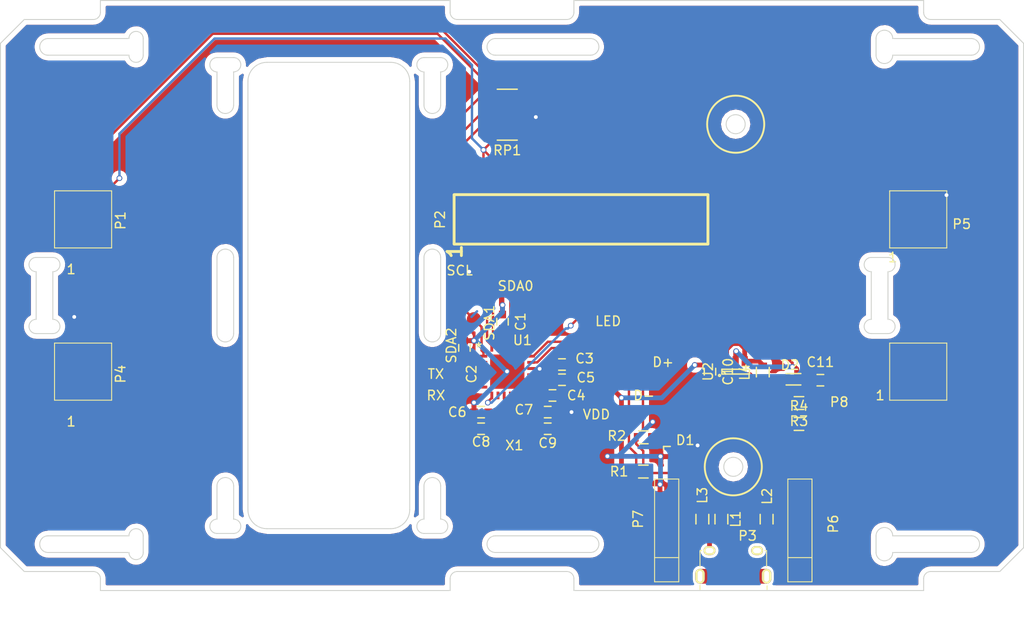
<source format=kicad_pcb>
(kicad_pcb (version 4) (host pcbnew "(2016-01-25 BZR 6514, Git a23e712)-product")
  (layers (0 F.Cu signal hide) (31 B.Cu signal hide) (34 B.Paste user) (35 F.Paste user) (36 B.SilkS user) (37 F.SilkS user) (38 B.Mask user) (39 F.Mask user) (44 Edge.Cuts user))
  (net 0 "")
  (net 1 GND)
  (net 2 "Net-(C1-Pad2)")
  (net 3 "Net-(C2-Pad1)")
  (net 4 VDD)
  (net 5 "Net-(C5-Pad1)")
  (net 6 "Net-(C6-Pad1)")
  (net 7 "Net-(C7-Pad1)")
  (net 8 "Net-(C8-Pad1)")
  (net 9 "Net-(C9-Pad1)")
  (net 10 "Net-(L2-Pad2)")
  (net 11 SCL)
  (net 12 SDA1)
  (net 13 SDA0)
  (net 14 SDA2)
  (net 15 "Net-(P2-Pad7)")
  (net 16 "Net-(P2-Pad9)")
  (net 17 "Net-(P2-Pad13)")
  (net 18 RESETn)
  (net 19 "Net-(U1-Pad5)")
  (net 20 "Net-(U1-Pad6)")
  (net 21 "Net-(L3-Pad2)")
  (net 22 "Net-(D1-Pad2)")
  (net 23 "Net-(D1-Pad3)")
  (net 24 "Net-(L1-Pad1)")
  (net 25 D+)
  (net 26 D-)
  (net 27 VBUS)
  (net 28 LED)
  (net 29 "Net-(D2-Pad2)")
  (net 30 "Net-(R3-Pad2)")
  (module Footprints:10118194-001LF (layer F.Cu) (at 176.75 118)
    (fp_text reference P3 (at 1.5 -4.25) (layer F.SilkS))
    (fp_text value USB_OTG)
    (pad 1 smd rect (at -1.3 -2.7) (size 0.4 1.35) (layers F.Cu F.Paste F.Mask) (net 24 "Net-(L1-Pad1)"))
    (pad 2 smd rect (at -0.65 -2.7) (size 0.4 1.35) (layers F.Cu F.Paste F.Mask) (net 22 "Net-(D1-Pad2)"))
    (pad 3 smd rect (at 0 -2.7) (size 0.4 1.35) (layers F.Cu F.Paste F.Mask) (net 23 "Net-(D1-Pad3)"))
    (pad 4 smd rect (at 0.65 -2.7) (size 0.4 1.35) (layers F.Cu F.Paste F.Mask))
    (pad 5 smd rect (at 1.3 -2.7) (size 0.4 1.35) (layers F.Cu F.Paste F.Mask) (net 10 "Net-(L2-Pad2)"))
    (pad 6 thru_hole oval (at 3.5 0) (size 1 1.55) (drill oval 0.5 1.15) (layers *.Mask F.Cu F.SilkS) (net 21 "Net-(L3-Pad2)"))
    (pad 6 thru_hole oval (at -3.5 0) (size 1 1.55) (drill oval 0.5 1.15) (layers *.Mask F.Cu F.SilkS) (net 21 "Net-(L3-Pad2)"))
    (pad 6 thru_hole oval (at -2.5 -2.7) (size 1.25 0.95) (drill oval 0.85 0.55) (layers *.Mask F.Cu F.SilkS) (net 21 "Net-(L3-Pad2)"))
    (pad 6 thru_hole oval (at 2.5 -2.7) (size 1.25 0.95) (drill oval 0.85 0.55) (layers *.Mask F.Cu F.SilkS) (net 21 "Net-(L3-Pad2)"))
    (pad 6 smd rect (at -2.95 0 90) (size 1.55 1.1) (layers F.Cu F.Paste F.Mask) (net 21 "Net-(L3-Pad2)"))
    (pad 6 smd rect (at 2.95 0 90) (size 1.55 1.1) (layers F.Cu F.Paste F.Mask) (net 21 "Net-(L3-Pad2)"))
    (pad 6 smd rect (at -1 0 90) (size 1.55 1.5) (layers F.Cu F.Paste F.Mask) (net 21 "Net-(L3-Pad2)"))
    (pad 6 smd rect (at 1 0 90) (size 1.55 1.5) (layers F.Cu F.Paste F.Mask) (net 21 "Net-(L3-Pad2)"))
  )
  (module Resistors_SMD:R_0603 (layer F.Cu) (at 175.5 112 90)
    (fp_text reference L1 (at 0 1.5 90) (layer F.SilkS))
    (fp_text value FB)
    (pad 1 smd rect (at -0.75 0 90) (size 0.5 0.9) (layers F.Cu F.Paste F.Mask) (net 24 "Net-(L1-Pad1)"))
    (pad 2 smd rect (at 0.75 0 90) (size 0.5 0.9) (layers F.Cu F.Paste F.Mask) (net 27 VBUS))
  )
  (module Capacitors_SMD:C_0603 (layer F.Cu) (at 152.5 91.25 270)
    (fp_text reference C1 (at 0 -1.9 270) (layer F.SilkS))
    (fp_text value 100nF)
    (pad 1 smd rect (at -0.75 0 270) (size 0.8 0.75) (layers F.Cu F.Paste F.Mask) (net 1 GND))
    (pad 2 smd rect (at 0.75 0 270) (size 0.8 0.75) (layers F.Cu F.Paste F.Mask) (net 2 "Net-(C1-Pad2)"))
  )
  (module Capacitors_SMD:C_0603 (layer F.Cu) (at 148.5 94 90)
    (fp_text reference C2 (at -2.75 0.75 90) (layer F.SilkS))
    (fp_text value 100nF)
    (pad 1 smd rect (at -0.75 0 90) (size 0.8 0.75) (layers F.Cu F.Paste F.Mask) (net 3 "Net-(C2-Pad1)"))
    (pad 2 smd rect (at 0.75 0 90) (size 0.8 0.75) (layers F.Cu F.Paste F.Mask) (net 1 GND))
  )
  (module Capacitors_SMD:C_0603 (layer F.Cu) (at 158.75 95.75 180)
    (fp_text reference C3 (at -2.375 0.625 180) (layer F.SilkS))
    (fp_text value 4.7uF)
    (pad 1 smd rect (at -0.75 0 180) (size 0.8 0.75) (layers F.Cu F.Paste F.Mask) (net 1 GND))
    (pad 2 smd rect (at 0.75 0 180) (size 0.8 0.75) (layers F.Cu F.Paste F.Mask) (net 27 VBUS))
  )
  (module Capacitors_SMD:C_0603 (layer F.Cu) (at 157.75 99)
    (fp_text reference C4 (at 2.5 0) (layer F.SilkS))
    (fp_text value 1uF)
    (pad 1 smd rect (at -0.75 0) (size 0.8 0.75) (layers F.Cu F.Paste F.Mask) (net 4 VDD))
    (pad 2 smd rect (at 0.75 0) (size 0.8 0.75) (layers F.Cu F.Paste F.Mask) (net 1 GND))
  )
  (module Capacitors_SMD:C_0603 (layer F.Cu) (at 158.75 97.35)
    (fp_text reference C5 (at 2.5 -0.225) (layer F.SilkS))
    (fp_text value 1uF)
    (pad 1 smd rect (at -0.75 0) (size 0.8 0.75) (layers F.Cu F.Paste F.Mask) (net 5 "Net-(C5-Pad1)"))
    (pad 2 smd rect (at 0.75 0) (size 0.8 0.75) (layers F.Cu F.Paste F.Mask) (net 1 GND))
  )
  (module Capacitors_SMD:C_0603 (layer F.Cu) (at 150.25 100.75 180)
    (fp_text reference C6 (at 2.5 0 180) (layer F.SilkS))
    (fp_text value 100nF)
    (pad 1 smd rect (at -0.75 0 180) (size 0.8 0.75) (layers F.Cu F.Paste F.Mask) (net 6 "Net-(C6-Pad1)"))
    (pad 2 smd rect (at 0.75 0 180) (size 0.8 0.75) (layers F.Cu F.Paste F.Mask) (net 1 GND))
  )
  (module Capacitors_SMD:C_0603 (layer F.Cu) (at 157.25 100.75)
    (fp_text reference C7 (at -2.5 -0.25) (layer F.SilkS))
    (fp_text value 100nF)
    (pad 1 smd rect (at -0.75 0) (size 0.8 0.75) (layers F.Cu F.Paste F.Mask) (net 7 "Net-(C7-Pad1)"))
    (pad 2 smd rect (at 0.75 0) (size 0.8 0.75) (layers F.Cu F.Paste F.Mask) (net 1 GND))
  )
  (module Capacitors_SMD:C_0603 (layer F.Cu) (at 150.25 102.5 180)
    (fp_text reference C8 (at 0 -1.375 180) (layer F.SilkS))
    (fp_text value 6pF)
    (pad 1 smd rect (at -0.75 0 180) (size 0.8 0.75) (layers F.Cu F.Paste F.Mask) (net 8 "Net-(C8-Pad1)"))
    (pad 2 smd rect (at 0.75 0 180) (size 0.8 0.75) (layers F.Cu F.Paste F.Mask) (net 1 GND))
  )
  (module Capacitors_SMD:C_0603 (layer F.Cu) (at 157.25 102.5)
    (fp_text reference C9 (at 0 1.5) (layer F.SilkS))
    (fp_text value 6pF)
    (pad 1 smd rect (at -0.75 0) (size 0.8 0.75) (layers F.Cu F.Paste F.Mask) (net 9 "Net-(C9-Pad1)"))
    (pad 2 smd rect (at 0.75 0) (size 0.8 0.75) (layers F.Cu F.Paste F.Mask) (net 1 GND))
  )
  (module Footprints:CONN_2x2_2.54_SMD (layer F.Cu) (at 196.18 80.5)
    (fp_text reference P5 (at 4.57 0.5) (layer F.SilkS))
    (fp_text value CONN_02X02)
    (fp_text user 1 (at -2.68 4) (layer F.SilkS))
    (pad 2 smd rect (at -1.27 -2.525) (size 1 3.15) (layers F.Cu F.Paste F.Mask) (net 11 SCL))
    (pad 4 smd rect (at 1.27 -2.525) (size 1 3.15) (layers F.Cu F.Paste F.Mask) (net 4 VDD))
    (pad 1 smd rect (at -1.27 2.525) (size 1 3.15) (layers F.Cu F.Paste F.Mask) (net 13 SDA0))
    (pad 3 smd rect (at 1.27 2.525) (size 1 3.15) (layers F.Cu F.Paste F.Mask) (net 1 GND))
  )
  (module Footprints:CONN_2x2_2.54_SMD (layer F.Cu) (at 108.43 96.5)
    (fp_text reference P4 (at 3.945 0.25 90) (layer F.SilkS))
    (fp_text value CONN_02X02)
    (fp_text user 1 (at -1.25 5.25) (layer F.SilkS))
    (pad 2 smd rect (at -1.27 -2.525) (size 1 3.15) (layers F.Cu F.Paste F.Mask) (net 4 VDD))
    (pad 4 smd rect (at 1.27 -2.525) (size 1 3.15) (layers F.Cu F.Paste F.Mask))
    (pad 1 smd rect (at -1.27 2.525) (size 1 3.15) (layers F.Cu F.Paste F.Mask) (net 1 GND))
    (pad 3 smd rect (at 1.27 2.525) (size 1 3.15) (layers F.Cu F.Paste F.Mask))
  )
  (module TO_SOT_Packages_SMD:SOT-143 (layer F.Cu) (at 171.7 106.2 270)
    (fp_text reference D1 (at -2.5 0 360) (layer F.SilkS))
    (fp_text value CM1293A-02SR)
    (pad 1 smd rect (at -0.76962 1.09982 270) (size 1.19888 1.39954) (layers F.Cu F.Paste F.Mask) (net 1 GND))
    (pad 2 smd rect (at 0.94996 1.09982 270) (size 1.00076 1.39954) (layers F.Cu F.Paste F.Mask) (net 22 "Net-(D1-Pad2)"))
    (pad 3 smd rect (at 0.94996 -1.09982 270) (size 1.00076 1.39954) (layers F.Cu F.Paste F.Mask) (net 23 "Net-(D1-Pad3)"))
    (pad 4 smd rect (at -0.94996 -1.09982 270) (size 1.00076 1.39954) (layers F.Cu F.Paste F.Mask) (net 4 VDD))
  )
  (module Footprints:CONN_2x2_2.54_SMD (layer F.Cu) (at 108.43 80.5)
    (fp_text reference P1 (at 3.945 0.125 90) (layer F.SilkS))
    (fp_text value CONN_02X02)
    (fp_text user 1 (at -1.25 5.25) (layer F.SilkS))
    (pad 2 smd rect (at -1.27 -2.525) (size 1 3.15) (layers F.Cu F.Paste F.Mask) (net 14 SDA2))
    (pad 4 smd rect (at 1.27 -2.525) (size 1 3.15) (layers F.Cu F.Paste F.Mask) (net 13 SDA0))
    (pad 1 smd rect (at -1.27 2.525) (size 1 3.15) (layers F.Cu F.Paste F.Mask) (net 11 SCL))
    (pad 3 smd rect (at 1.27 2.525) (size 1 3.15) (layers F.Cu F.Paste F.Mask) (net 12 SDA1))
  )
  (module Footprints:SMD_PIN_HEADER_2x10 (layer F.Cu) (at 160.75 80.5)
    (fp_text reference P2 (at -14.81 0.025 90) (layer F.SilkS))
    (fp_text value CONN_02X10)
    (fp_text user 1 (at -13.25 3.375 90) (layer F.SilkS) (effects (font (size 1.5 1.5) (thickness 0.3))))
    (pad 2 smd rect (at -11.43 -2.525) (size 1.27 3.68) (layers F.Cu F.Paste F.Mask))
    (pad 4 smd rect (at -8.89 -2.525) (size 1.27 3.68) (layers F.Cu F.Paste F.Mask) (net 1 GND))
    (pad 6 smd rect (at -6.35 -2.525) (size 1.27 3.68) (layers F.Cu F.Paste F.Mask) (net 1 GND))
    (pad 8 smd rect (at -3.81 -2.525) (size 1.27 3.68) (layers F.Cu F.Paste F.Mask) (net 1 GND))
    (pad 10 smd rect (at -1.27 -2.525) (size 1.27 3.68) (layers F.Cu F.Paste F.Mask) (net 1 GND))
    (pad 12 smd rect (at 1.27 -2.525) (size 1.27 3.68) (layers F.Cu F.Paste F.Mask) (net 1 GND))
    (pad 14 smd rect (at 3.81 -2.525) (size 1.27 3.68) (layers F.Cu F.Paste F.Mask) (net 1 GND))
    (pad 16 smd rect (at 6.35 -2.525) (size 1.27 3.68) (layers F.Cu F.Paste F.Mask) (net 1 GND))
    (pad 18 smd rect (at 8.89 -2.525) (size 1.27 3.68) (layers F.Cu F.Paste F.Mask) (net 1 GND))
    (pad 20 smd rect (at 11.43 -2.525) (size 1.27 3.68) (layers F.Cu F.Paste F.Mask) (net 1 GND))
    (pad 1 smd rect (at -11.43 2.525) (size 1.27 3.68) (layers F.Cu F.Paste F.Mask) (net 4 VDD))
    (pad 3 smd rect (at -8.89 2.525) (size 1.27 3.68) (layers F.Cu F.Paste F.Mask))
    (pad 5 smd rect (at -6.35 2.525) (size 1.27 3.68) (layers F.Cu F.Paste F.Mask))
    (pad 7 smd rect (at -3.81 2.525) (size 1.27 3.68) (layers F.Cu F.Paste F.Mask) (net 15 "Net-(P2-Pad7)"))
    (pad 9 smd rect (at -1.27 2.525) (size 1.27 3.68) (layers F.Cu F.Paste F.Mask) (net 16 "Net-(P2-Pad9)"))
    (pad 11 smd rect (at 1.27 2.525) (size 1.27 3.68) (layers F.Cu F.Paste F.Mask))
    (pad 13 smd rect (at 3.81 2.525) (size 1.27 3.68) (layers F.Cu F.Paste F.Mask) (net 17 "Net-(P2-Pad13)"))
    (pad 15 smd rect (at 6.35 2.525) (size 1.27 3.68) (layers F.Cu F.Paste F.Mask) (net 18 RESETn))
    (pad 17 smd rect (at 8.89 2.525) (size 1.27 3.68) (layers F.Cu F.Paste F.Mask))
    (pad 19 smd rect (at 11.43 2.525) (size 1.27 3.68) (layers F.Cu F.Paste F.Mask))
  )
  (module Resistors_SMD:R_0603 (layer F.Cu) (at 180.25 112 270)
    (fp_text reference L2 (at -2.4 -0.05 270) (layer F.SilkS))
    (fp_text value FB)
    (pad 1 smd rect (at -0.75 0 270) (size 0.5 0.9) (layers F.Cu F.Paste F.Mask) (net 1 GND))
    (pad 2 smd rect (at 0.75 0 270) (size 0.5 0.9) (layers F.Cu F.Paste F.Mask) (net 10 "Net-(L2-Pad2)"))
  )
  (module Resistors_SMD:R_0603 (layer F.Cu) (at 173.5 112 270)
    (fp_text reference L3 (at -2.5 0 270) (layer F.SilkS))
    (fp_text value FB)
    (pad 1 smd rect (at -0.75 0 270) (size 0.5 0.9) (layers F.Cu F.Paste F.Mask) (net 1 GND))
    (pad 2 smd rect (at 0.75 0 270) (size 0.5 0.9) (layers F.Cu F.Paste F.Mask) (net 21 "Net-(L3-Pad2)"))
  )
  (module Resistors_SMD:R_0603 (layer F.Cu) (at 167.3 107 180)
    (fp_text reference R1 (at 2.55 0 180) (layer F.SilkS))
    (fp_text value 15)
    (pad 1 smd rect (at -0.75 0 180) (size 0.5 0.9) (layers F.Cu F.Paste F.Mask) (net 22 "Net-(D1-Pad2)"))
    (pad 2 smd rect (at 0.75 0 180) (size 0.5 0.9) (layers F.Cu F.Paste F.Mask) (net 26 D-))
  )
  (module Resistors_SMD:R_0603 (layer F.Cu) (at 167.3 103.4 180)
    (fp_text reference R2 (at 2.8 0.15 180) (layer F.SilkS))
    (fp_text value 15)
    (pad 1 smd rect (at -0.75 0 180) (size 0.5 0.9) (layers F.Cu F.Paste F.Mask) (net 23 "Net-(D1-Pad3)"))
    (pad 2 smd rect (at 0.75 0 180) (size 0.5 0.9) (layers F.Cu F.Paste F.Mask) (net 25 D+))
  )
  (module Resistors_SMD:R_Array_Convex_4x1206 (layer F.Cu) (at 153 69.5 180)
    (fp_text reference RP1 (at 0 -3.75 180) (layer F.SilkS))
    (fp_text value 4.7k)
    (pad 1 smd rect (at -1.5 -2 180) (size 0.9 0.9) (layers F.Cu F.Paste F.Mask) (net 4 VDD))
    (pad 4 smd rect (at -1.5 2 180) (size 0.9 0.9) (layers F.Cu F.Paste F.Mask) (net 4 VDD))
    (pad 2 smd rect (at -1.5 -0.66 180) (size 0.9 0.9) (layers F.Cu F.Paste F.Mask) (net 4 VDD))
    (pad 3 smd rect (at -1.5 0.66 180) (size 0.9 0.9) (layers F.Cu F.Paste F.Mask) (net 4 VDD))
    (pad 7 smd rect (at 1.5 -0.66 180) (size 0.9 0.9) (layers F.Cu F.Paste F.Mask) (net 11 SCL))
    (pad 8 smd rect (at 1.5 -2 180) (size 0.9 0.9) (layers F.Cu F.Paste F.Mask) (net 13 SDA0))
    (pad 5 smd rect (at 1.5 2 180) (size 0.9 0.9) (layers F.Cu F.Paste F.Mask) (net 14 SDA2))
    (pad 6 smd rect (at 1.5 0.66 180) (size 0.9 0.9) (layers F.Cu F.Paste F.Mask) (net 12 SDA1))
  )
  (module Footprints:XRCGB_F_L (layer F.Cu) (at 153.75 102.25)
    (fp_text reference X1 (at 0 2) (layer F.SilkS))
    (fp_text value XRCGB_F_L)
    (pad 1 smd rect (at -0.675 -0.5) (size 0.75 0.7) (layers F.Cu F.Paste F.Mask) (net 8 "Net-(C8-Pad1)"))
    (pad 2 smd rect (at 0.675 -0.5) (size 0.75 0.7) (layers F.Cu F.Paste F.Mask))
    (pad 4 smd rect (at -0.675 0.5) (size 0.75 0.7) (layers F.Cu F.Paste F.Mask))
    (pad 3 smd rect (at 0.675 0.5) (size 0.75 0.7) (layers F.Cu F.Paste F.Mask) (net 9 "Net-(C9-Pad1)"))
  )
  (module Footprints:SMT_CONN_01x04_2.54-91601 (layer F.Cu) (at 183.75 113.5 90)
    (fp_text reference P6 (at 1 3.5 90) (layer F.SilkS))
    (fp_text value CONN_01X04)
    (pad 1 smd rect (at -3.81 0 90) (size 1.27 4.2) (layers F.Cu F.Paste F.Mask) (net 27 VBUS))
    (pad 2 smd rect (at -1.27 0 90) (size 1.27 4.2) (layers F.Cu F.Paste F.Mask))
    (pad 3 smd rect (at 1.27 0 90) (size 1.27 4.2) (layers F.Cu F.Paste F.Mask))
    (pad 4 smd rect (at 3.81 0 90) (size 1.27 4.2) (layers F.Cu F.Paste F.Mask) (net 1 GND))
  )
  (module Footprints:SMT_CONN_01x04_2.54-91601 (layer F.Cu) (at 169.75 113.5 90)
    (fp_text reference P7 (at 1.5 -3 90) (layer F.SilkS))
    (fp_text value CONN_01X04)
    (pad 1 smd rect (at -3.81 0 90) (size 1.27 4.2) (layers F.Cu F.Paste F.Mask) (net 27 VBUS))
    (pad 2 smd rect (at -1.27 0 90) (size 1.27 4.2) (layers F.Cu F.Paste F.Mask) (net 26 D-))
    (pad 3 smd rect (at 1.27 0 90) (size 1.27 4.2) (layers F.Cu F.Paste F.Mask) (net 25 D+))
    (pad 4 smd rect (at 3.81 0 90) (size 1.27 4.2) (layers F.Cu F.Paste F.Mask) (net 1 GND))
  )
  (module Footprints:Silabs-QFN24 (layer F.Cu) (at 153 96.5)
    (fp_text reference U1 (at 1.6 -3.3) (layer F.SilkS))
    (fp_text value EFM32HG308)
    (fp_text user * (at -3 -2.5) (layer F.SilkS))
    (pad 25 smd rect (at 0 0) (size 3.6 3.6) (layers F.Cu F.Mask) (net 1 GND))
    (pad 1 smd rect (at -2.5 -1.625) (size 0.8 0.3) (layers F.Cu F.Paste F.Mask) (net 12 SDA1))
    (pad 2 smd rect (at -2.5 -0.975) (size 0.8 0.3) (layers F.Cu F.Paste F.Mask) (net 3 "Net-(C2-Pad1)"))
    (pad 3 smd rect (at -2.5 -0.325) (size 0.8 0.3) (layers F.Cu F.Paste F.Mask) (net 14 SDA2))
    (pad 4 smd rect (at -2.5 0.325) (size 0.8 0.3) (layers F.Cu F.Paste F.Mask))
    (pad 5 smd rect (at -2.5 0.975) (size 0.8 0.3) (layers F.Cu F.Paste F.Mask) (net 19 "Net-(U1-Pad5)"))
    (pad 6 smd rect (at -2.5 1.625) (size 0.8 0.3) (layers F.Cu F.Paste F.Mask) (net 20 "Net-(U1-Pad6)"))
    (pad 24 smd rect (at -1.625 -2.5 90) (size 0.8 0.3) (layers F.Cu F.Paste F.Mask) (net 11 SCL))
    (pad 23 smd rect (at -0.975 -2.5 90) (size 0.8 0.3) (layers F.Cu F.Paste F.Mask) (net 13 SDA0))
    (pad 22 smd rect (at -0.325 -2.5 90) (size 0.8 0.3) (layers F.Cu F.Paste F.Mask) (net 2 "Net-(C1-Pad2)"))
    (pad 21 smd rect (at 0.325 -2.5 90) (size 0.8 0.3) (layers F.Cu F.Paste F.Mask) (net 17 "Net-(P2-Pad13)"))
    (pad 20 smd rect (at 0.975 -2.5 90) (size 0.8 0.3) (layers F.Cu F.Paste F.Mask) (net 15 "Net-(P2-Pad7)"))
    (pad 19 smd rect (at 1.625 -2.5 90) (size 0.8 0.3) (layers F.Cu F.Paste F.Mask) (net 16 "Net-(P2-Pad9)"))
    (pad 18 smd rect (at 2.5 -1.625) (size 0.8 0.3) (layers F.Cu F.Paste F.Mask) (net 25 D+))
    (pad 17 smd rect (at 2.5 -0.975) (size 0.8 0.3) (layers F.Cu F.Paste F.Mask) (net 26 D-))
    (pad 16 smd rect (at 2.5 -0.325) (size 0.8 0.3) (layers F.Cu F.Paste F.Mask) (net 4 VDD))
    (pad 15 smd rect (at 2.5 0.325) (size 0.8 0.3) (layers F.Cu F.Paste F.Mask) (net 27 VBUS))
    (pad 14 smd rect (at 2.5 0.975) (size 0.8 0.3) (layers F.Cu F.Paste F.Mask) (net 5 "Net-(C5-Pad1)"))
    (pad 13 smd rect (at 2.5 1.625) (size 0.8 0.3) (layers F.Cu F.Paste F.Mask) (net 4 VDD))
    (pad 7 smd rect (at -1.625 2.5 90) (size 0.8 0.3) (layers F.Cu F.Paste F.Mask) (net 18 RESETn))
    (pad 8 smd rect (at -0.975 2.5 90) (size 0.8 0.3) (layers F.Cu F.Paste F.Mask))
    (pad 9 smd rect (at -0.325 2.5 90) (size 0.8 0.3) (layers F.Cu F.Paste F.Mask) (net 6 "Net-(C6-Pad1)"))
    (pad 10 smd rect (at 0.325 2.5 90) (size 0.8 0.3) (layers F.Cu F.Paste F.Mask) (net 8 "Net-(C8-Pad1)"))
    (pad 11 smd rect (at 0.975 2.5 90) (size 0.8 0.3) (layers F.Cu F.Paste F.Mask) (net 9 "Net-(C9-Pad1)"))
    (pad 12 smd rect (at 1.625 2.5 90) (size 0.8 0.3) (layers F.Cu F.Paste F.Mask) (net 7 "Net-(C7-Pad1)"))
  )
  (module Footprints:TEST_POINT (layer F.Cu) (at 147.5 99)
    (fp_text reference W10 hide)
    (fp_text value RX (at -2 0) (layer F.SilkS))
    (pad 1 smd circle (at 0 0) (size 1.5 1.5) (layers F.Cu F.Mask) (net 20 "Net-(U1-Pad6)"))
  )
  (module Footprints:TEST_POINT (layer F.Cu) (at 147.5 91)
    (fp_text reference W8 hide)
    (fp_text value SDA2 (at -0.375 2.75 90) (layer F.SilkS))
    (pad 1 smd circle (at 0 0) (size 1.5 1.5) (layers F.Cu F.Mask) (net 14 SDA2))
  )
  (module Footprints:TEST_POINT (layer F.Cu) (at 149.5 91)
    (fp_text reference W7 hide)
    (fp_text value SDA1 (at 1.625 0.375 90) (layer F.SilkS))
    (pad 1 smd circle (at 0 0) (size 1.5 1.5) (layers F.Cu F.Mask) (net 12 SDA1))
  )
  (module Footprints:TEST_POINT (layer F.Cu) (at 151 87.2)
    (fp_text reference W6 hide)
    (fp_text value SDA0 (at 2.875 0.3) (layer F.SilkS))
    (pad 1 smd circle (at 0 0) (size 1.5 1.5) (layers F.Cu F.Mask) (net 13 SDA0))
  )
  (module Footprints:TEST_POINT (layer F.Cu) (at 148.6 87.4)
    (fp_text reference W5 hide)
    (fp_text value SCL (at -0.6 -1.525) (layer F.SilkS))
    (pad 1 smd circle (at 0 0) (size 1.5 1.5) (layers F.Cu F.Mask) (net 11 SCL))
  )
  (module Footprints:TEST_POINT (layer F.Cu) (at 159.75 100.75)
    (fp_text reference W4 hide)
    (fp_text value VDD (at 2.625 0.25) (layer F.SilkS))
    (pad 1 smd circle (at 0 0) (size 1.5 1.5) (layers F.Cu F.Mask) (net 4 VDD))
  )
  (module Footprints:TEST_POINT (layer F.Cu) (at 147.5 96.75)
    (fp_text reference W9 hide)
    (fp_text value TX (at -2 0) (layer F.SilkS))
    (pad 1 smd circle (at 0 0) (size 1.5 1.5) (layers F.Cu F.Mask) (net 19 "Net-(U1-Pad5)"))
  )
  (module Footprints:TEST_POINT (layer F.Cu) (at 167.258297 95.559647)
    (fp_text reference W1 hide)
    (fp_text value D+ (at 2.116703 -0.059647) (layer F.SilkS))
    (pad 1 smd circle (at 0 0) (size 1.5 1.5) (layers F.Cu F.Mask) (net 25 D+))
  )
  (module Footprints:TEST_POINT (layer F.Cu) (at 165.625 97.625)
    (fp_text reference W2 hide)
    (fp_text value D- (at 1.75 1.375) (layer F.SilkS))
    (pad 1 smd circle (at 0 0) (size 1.5 1.5) (layers F.Cu F.Mask) (net 26 D-))
  )
  (module Capacitors_SMD:C_0603 (layer F.Cu) (at 174.3 96.5 270)
    (fp_text reference C10 (at 0 -1.9 270) (layer F.SilkS))
    (fp_text value 10uF)
    (pad 1 smd rect (at -0.75 0 270) (size 0.8 0.75) (layers F.Cu F.Paste F.Mask) (net 27 VBUS))
    (pad 2 smd rect (at 0.75 0 270) (size 0.8 0.75) (layers F.Cu F.Paste F.Mask) (net 1 GND))
  )
  (module Capacitors_SMD:C_0603 (layer F.Cu) (at 185.9 97.4)
    (fp_text reference C11 (at 0 -1.9) (layer F.SilkS))
    (fp_text value 1uF)
    (pad 1 smd rect (at -0.75 0) (size 0.8 0.75) (layers F.Cu F.Paste F.Mask) (net 28 LED))
    (pad 2 smd rect (at 0.75 0) (size 0.8 0.75) (layers F.Cu F.Paste F.Mask) (net 1 GND))
  )
  (module Diodes_SMD:SOD-523 (layer F.Cu) (at 182.7 97.3)
    (fp_text reference D2 (at 0 -1.5) (layer F.SilkS))
    (fp_text value D_Schottky)
    (pad 2 smd rect (at -0.7 0) (size 0.6 0.7) (layers F.Cu F.Paste F.Mask) (net 29 "Net-(D2-Pad2)"))
    (pad 1 smd rect (at 0.7 0) (size 0.6 0.7) (layers F.Cu F.Paste F.Mask) (net 28 LED))
  )
  (module Resistors_SMD:R_0603 (layer F.Cu) (at 179.85 96.55 90)
    (fp_text reference L4 (at 0 -1.9 90) (layer F.SilkS))
    (fp_text value 6.8uH)
    (pad 1 smd rect (at -0.75 0 90) (size 0.5 0.9) (layers F.Cu F.Paste F.Mask) (net 29 "Net-(D2-Pad2)"))
    (pad 2 smd rect (at 0.75 0 90) (size 0.5 0.9) (layers F.Cu F.Paste F.Mask) (net 27 VBUS))
  )
  (module Footprints:CONN_2x2_2.54_SMD (layer F.Cu) (at 196.18 96.5)
    (fp_text reference P8 (at -8.3 3.2) (layer F.SilkS))
    (fp_text value CONN_02X02)
    (fp_text user 1 (at -4 2.5) (layer F.SilkS))
    (pad 2 smd rect (at -1.27 -2.525) (size 1 3.15) (layers F.Cu F.Paste F.Mask))
    (pad 4 smd rect (at 1.27 -2.525) (size 1 3.15) (layers F.Cu F.Paste F.Mask) (net 28 LED))
    (pad 1 smd rect (at -1.27 2.525) (size 1 3.15) (layers F.Cu F.Paste F.Mask))
    (pad 3 smd rect (at 1.27 2.525) (size 1 3.15) (layers F.Cu F.Paste F.Mask) (net 1 GND))
  )
  (module Resistors_SMD:R_0603 (layer F.Cu) (at 183.65 99.8 180)
    (fp_text reference R3 (at 0 -1.9 180) (layer F.SilkS))
    (fp_text value 6.8K)
    (pad 1 smd rect (at -0.75 0 180) (size 0.5 0.9) (layers F.Cu F.Paste F.Mask) (net 28 LED))
    (pad 2 smd rect (at 0.75 0 180) (size 0.5 0.9) (layers F.Cu F.Paste F.Mask) (net 30 "Net-(R3-Pad2)"))
  )
  (module Resistors_SMD:R_0603 (layer F.Cu) (at 183.65 102)
    (fp_text reference R4 (at 0 -1.9) (layer F.SilkS))
    (fp_text value 100R)
    (pad 1 smd rect (at -0.75 0) (size 0.5 0.9) (layers F.Cu F.Paste F.Mask) (net 30 "Net-(R3-Pad2)"))
    (pad 2 smd rect (at 0.75 0) (size 0.5 0.9) (layers F.Cu F.Paste F.Mask) (net 1 GND))
  )
  (module TO_SOT_Packages_SMD:SOT-23-6 (layer F.Cu) (at 177 96.5 90)
    (fp_text reference U2 (at 0 -2.9 90) (layer F.SilkS))
    (fp_text value AP3023)
    (pad 1 smd rect (at -1.1 -0.95 90) (size 1.06 0.65) (layers F.Cu F.Paste F.Mask) (net 29 "Net-(D2-Pad2)"))
    (pad 2 smd rect (at -1.1 0 90) (size 1.06 0.65) (layers F.Cu F.Paste F.Mask) (net 1 GND))
    (pad 3 smd rect (at -1.1 0.95 90) (size 1.06 0.65) (layers F.Cu F.Paste F.Mask) (net 30 "Net-(R3-Pad2)"))
    (pad 4 smd rect (at 1.1 0.95 90) (size 1.06 0.65) (layers F.Cu F.Paste F.Mask) (net 27 VBUS))
    (pad 6 smd rect (at 1.1 -0.95 90) (size 1.06 0.65) (layers F.Cu F.Paste F.Mask) (net 27 VBUS))
    (pad 5 smd rect (at 1.1 0 90) (size 1.06 0.65) (layers F.Cu F.Paste F.Mask) (net 28 LED))
  )
  (module Footprints:TEST_POINT (layer F.Cu) (at 165.6 91.2)
    (fp_text reference W3 hide)
    (fp_text value LED (at -2 0) (layer F.SilkS))
    (pad 1 smd circle (at 0 0) (size 1.5 1.5) (layers F.Cu F.Mask) (net 28 LED))
  )
  (gr_arc (start 192.625 63.25) (end 193.5 63.25) (angle 180) (layer Edge.Cuts) (width 0.1))
  (gr_arc (start 192.625 61.5) (end 191.75 61.5) (angle 180) (layer Edge.Cuts) (width 0.1))
  (gr_line (start 191.75 61.5) (end 191.75 63.25) (layer Edge.Cuts) (width 0.1))
  (gr_arc (start 192.625 115.5) (end 193.5 115.5) (angle 180) (layer Edge.Cuts) (width 0.1))
  (gr_arc (start 192.625 113.75) (end 191.75 113.75) (angle 180) (layer Edge.Cuts) (width 0.1))
  (gr_line (start 191.75 113.75) (end 191.75 115.5) (layer Edge.Cuts) (width 0.1))
  (gr_arc (start 151.75 62.375) (end 151.75 63.25) (angle 180) (layer Edge.Cuts) (width 0.1))
  (gr_arc (start 151.75 114.625) (end 151.75 115.5) (angle 180) (layer Edge.Cuts) (width 0.1))
  (gr_arc (start 114 63.25) (end 114.75 63.25) (angle 180) (layer Edge.Cuts) (width 0.1))
  (gr_circle (center 176.75 106.5) (end 179.75 106.5) (layer F.SilkS) (width 0.2))
  (gr_circle (center 177 70.5) (end 180 70.5) (layer F.SilkS) (width 0.2))
  (gr_line (start 147 58.75) (end 147 57.5) (layer Edge.Cuts) (width 0.1))
  (gr_line (start 159.25 59.5) (end 147.75 59.5) (layer Edge.Cuts) (width 0.1))
  (gr_line (start 160 57.5) (end 160 58.75) (layer Edge.Cuts) (width 0.1))
  (gr_line (start 196.75 58.75) (end 196.75 57.5) (layer Edge.Cuts) (width 0.1))
  (gr_line (start 197.5 59.5) (end 204.75 59.5) (layer Edge.Cuts) (width 0.1))
  (gr_line (start 197.5 117.5) (end 204.75 117.5) (layer Edge.Cuts) (width 0.1))
  (gr_line (start 196.75 119.5) (end 196.75 118.25) (layer Edge.Cuts) (width 0.1))
  (gr_line (start 160 118.25) (end 160 119.5) (layer Edge.Cuts) (width 0.1))
  (gr_line (start 147.75 117.5) (end 159.25 117.5) (layer Edge.Cuts) (width 0.1))
  (gr_line (start 147 119.5) (end 147 118.25) (layer Edge.Cuts) (width 0.1))
  (gr_line (start 110.25 118.25) (end 110.25 119.5) (layer Edge.Cuts) (width 0.1))
  (gr_line (start 102.25 117.5) (end 109.5 117.5) (layer Edge.Cuts) (width 0.1))
  (gr_line (start 110.25 57.5) (end 110.25 58.75) (layer Edge.Cuts) (width 0.1))
  (gr_line (start 109.5 59.5) (end 102.25 59.5) (layer Edge.Cuts) (width 0.1))
  (gr_arc (start 109.5 58.75) (end 110.25 58.75) (angle 90) (layer Edge.Cuts) (width 0.1))
  (gr_arc (start 109.5 118.25) (end 109.5 117.5) (angle 90) (layer Edge.Cuts) (width 0.1))
  (gr_arc (start 147.75 118.25) (end 147 118.25) (angle 90) (layer Edge.Cuts) (width 0.1))
  (gr_arc (start 159.25 118.25) (end 159.25 117.5) (angle 90) (layer Edge.Cuts) (width 0.1))
  (gr_arc (start 197.5 118.25) (end 196.75 118.25) (angle 90) (layer Edge.Cuts) (width 0.1))
  (gr_arc (start 197.5 58.75) (end 197.5 59.5) (angle 90) (layer Edge.Cuts) (width 0.1))
  (gr_arc (start 159.25 58.75) (end 160 58.75) (angle 90) (layer Edge.Cuts) (width 0.1))
  (gr_arc (start 147.75 58.75) (end 147.75 59.5) (angle 90) (layer Edge.Cuts) (width 0.1))
  (gr_arc (start 104.75 62.375) (end 104.75 63.25) (angle 180) (layer Edge.Cuts) (width 0.1))
  (gr_arc (start 145.125 68.5) (end 146 68.5) (angle 180) (layer Edge.Cuts) (width 0.1))
  (gr_arc (start 123.375 68.5) (end 124.25 68.5) (angle 180) (layer Edge.Cuts) (width 0.1))
  (gr_arc (start 123.375 84.5) (end 122.5 84.5) (angle 180) (layer Edge.Cuts) (width 0.1))
  (gr_arc (start 145.125 84.5) (end 144.25 84.5) (angle 180) (layer Edge.Cuts) (width 0.1))
  (gr_arc (start 145.125 92.5) (end 146 92.5) (angle 180) (layer Edge.Cuts) (width 0.1))
  (gr_arc (start 123.375 92.5) (end 124.25 92.5) (angle 180) (layer Edge.Cuts) (width 0.1))
  (gr_arc (start 104.75 114.625) (end 104.75 115.5) (angle 180) (layer Edge.Cuts) (width 0.1))
  (gr_arc (start 123.375 108.5) (end 122.5 108.5) (angle 180) (layer Edge.Cuts) (width 0.1))
  (gr_arc (start 145.125 108.5) (end 144.25 108.5) (angle 180) (layer Edge.Cuts) (width 0.1))
  (gr_arc (start 161.75 114.625) (end 161.75 113.75) (angle 180) (layer Edge.Cuts) (width 0.1))
  (gr_arc (start 201.75 114.625) (end 201.75 113.75) (angle 180) (layer Edge.Cuts) (width 0.1))
  (gr_arc (start 201.75 62.375) (end 201.75 61.5) (angle 180) (layer Edge.Cuts) (width 0.1))
  (gr_arc (start 161.75 62.375) (end 161.75 61.5) (angle 180) (layer Edge.Cuts) (width 0.1))
  (gr_arc (start 103.5 85.25) (end 103.5 86) (angle 180) (layer Edge.Cuts) (width 0.1))
  (gr_arc (start 105.25 85.25) (end 105.25 84.5) (angle 180) (layer Edge.Cuts) (width 0.1))
  (gr_arc (start 103.5 91.75) (end 103.5 92.5) (angle 180) (layer Edge.Cuts) (width 0.1))
  (gr_arc (start 105.25 91.75) (end 105.25 91) (angle 180) (layer Edge.Cuts) (width 0.1))
  (gr_arc (start 193 85.25) (end 193 84.5) (angle 180) (layer Edge.Cuts) (width 0.1))
  (gr_arc (start 191.25 85.25) (end 191.25 86) (angle 180) (layer Edge.Cuts) (width 0.1))
  (gr_arc (start 191.25 91.75) (end 191.25 92.5) (angle 180) (layer Edge.Cuts) (width 0.1))
  (gr_arc (start 193 91.75) (end 193 91) (angle 180) (layer Edge.Cuts) (width 0.1))
  (gr_arc (start 114 115.5) (end 114.75 115.5) (angle 180) (layer Edge.Cuts) (width 0.1))
  (gr_arc (start 114 113.75) (end 113.25 113.75) (angle 180) (layer Edge.Cuts) (width 0.1))
  (gr_arc (start 146 112.75) (end 146 112) (angle 180) (layer Edge.Cuts) (width 0.1))
  (gr_arc (start 144.25 112.75) (end 144.25 113.5) (angle 180) (layer Edge.Cuts) (width 0.1))
  (gr_arc (start 124.25 112.75) (end 124.25 112) (angle 180) (layer Edge.Cuts) (width 0.1))
  (gr_arc (start 122.5 112.75) (end 122.5 113.5) (angle 180) (layer Edge.Cuts) (width 0.1))
  (gr_arc (start 146 64.25) (end 146 63.5) (angle 180) (layer Edge.Cuts) (width 0.1))
  (gr_arc (start 144.25 64.25) (end 144.25 65) (angle 180) (layer Edge.Cuts) (width 0.1))
  (gr_arc (start 124.25 64.25) (end 124.25 63.5) (angle 180) (layer Edge.Cuts) (width 0.1))
  (gr_arc (start 122.5 64.25) (end 122.5 65) (angle 180) (layer Edge.Cuts) (width 0.1))
  (gr_arc (start 114 61.5) (end 113.25 61.5) (angle 180) (layer Edge.Cuts) (width 0.1))
  (gr_arc (start 140.75 111) (end 142.75 111) (angle 90) (layer Edge.Cuts) (width 0.1))
  (gr_arc (start 127.75 111) (end 127.75 113) (angle 90) (layer Edge.Cuts) (width 0.1))
  (gr_arc (start 127.75 66) (end 125.75 66) (angle 90) (layer Edge.Cuts) (width 0.1))
  (gr_arc (start 140.75 66) (end 140.75 64) (angle 90) (layer Edge.Cuts) (width 0.1))
  (gr_line (start 193 86) (end 193 91) (layer Edge.Cuts) (width 0.1))
  (gr_line (start 127.75 64) (end 140.75 64) (layer Edge.Cuts) (width 0.1))
  (gr_line (start 193.5 61.5) (end 201.75 61.5) (layer Edge.Cuts) (width 0.1))
  (gr_line (start 201.75 63.25) (end 193.5 63.25) (layer Edge.Cuts) (width 0.1))
  (gr_line (start 151.75 61.5) (end 161.75 61.5) (layer Edge.Cuts) (width 0.1))
  (gr_line (start 161.75 115.5) (end 151.75 115.5) (layer Edge.Cuts) (width 0.1))
  (gr_line (start 151.75 113.75) (end 161.75 113.75) (layer Edge.Cuts) (width 0.1))
  (gr_line (start 122.5 92.5) (end 122.5 84.5) (layer Edge.Cuts) (width 0.1))
  (gr_line (start 110.25 119.5) (end 147 119.5) (layer Edge.Cuts) (width 0.1))
  (gr_line (start 193.5 113.75) (end 201.75 113.75) (layer Edge.Cuts) (width 0.1))
  (gr_line (start 201.75 115.5) (end 193.5 115.5) (layer Edge.Cuts) (width 0.1))
  (gr_line (start 204.75 117.5) (end 207.25 115) (layer Edge.Cuts) (width 0.1))
  (gr_line (start 160 119.5) (end 196.75 119.5) (layer Edge.Cuts) (width 0.1))
  (gr_line (start 124.25 113.5) (end 122.5 113.5) (layer Edge.Cuts) (width 0.1))
  (gr_line (start 124.25 108.5) (end 124.25 112) (layer Edge.Cuts) (width 0.1))
  (gr_line (start 146 84.5) (end 146 92.5) (layer Edge.Cuts) (width 0.1))
  (gr_line (start 144.25 92.5) (end 144.25 84.5) (layer Edge.Cuts) (width 0.1))
  (gr_line (start 125.75 111) (end 125.75 66) (layer Edge.Cuts) (width 0.1))
  (gr_line (start 140.75 113) (end 127.75 113) (layer Edge.Cuts) (width 0.1))
  (gr_line (start 124.25 84.5) (end 124.25 92.5) (layer Edge.Cuts) (width 0.1))
  (gr_circle (center 176.75 106.5) (end 177.75 106.5) (layer Edge.Cuts) (width 0.1))
  (gr_circle (center 177 70.5) (end 178 70.5) (layer Edge.Cuts) (width 0.1))
  (gr_line (start 99.75 115) (end 102.25 117.5) (layer Edge.Cuts) (width 0.1))
  (gr_line (start 122.5 112) (end 122.5 108.5) (layer Edge.Cuts) (width 0.1))
  (gr_line (start 122.5 68.5) (end 122.5 65) (layer Edge.Cuts) (width 0.1))
  (gr_line (start 124.25 65) (end 124.25 68.5) (layer Edge.Cuts) (width 0.1))
  (gr_line (start 122.5 63.5) (end 124.25 63.5) (layer Edge.Cuts) (width 0.1))
  (gr_line (start 99.75 62) (end 99.75 115) (layer Edge.Cuts) (width 0.1))
  (gr_line (start 102.25 59.5) (end 99.75 62) (layer Edge.Cuts) (width 0.1))
  (gr_line (start 104.75 113.75) (end 113.25 113.75) (layer Edge.Cuts) (width 0.1))
  (gr_line (start 113.25 115.5) (end 104.75 115.5) (layer Edge.Cuts) (width 0.1))
  (gr_line (start 142.75 66) (end 142.75 111) (layer Edge.Cuts) (width 0.1))
  (gr_line (start 114.75 113.75) (end 114.75 115.5) (layer Edge.Cuts) (width 0.1))
  (gr_line (start 147 57.5) (end 110.25 57.5) (layer Edge.Cuts) (width 0.1))
  (gr_line (start 196.75 57.5) (end 160 57.5) (layer Edge.Cuts) (width 0.1))
  (gr_line (start 191.25 84.5) (end 193 84.5) (layer Edge.Cuts) (width 0.1))
  (gr_line (start 104.75 61.5) (end 113.25 61.5) (layer Edge.Cuts) (width 0.1))
  (gr_line (start 113.25 63.25) (end 104.75 63.25) (layer Edge.Cuts) (width 0.1))
  (gr_line (start 161.75 63.25) (end 151.75 63.25) (layer Edge.Cuts) (width 0.1))
  (gr_line (start 144.25 68.5) (end 144.25 65) (layer Edge.Cuts) (width 0.1))
  (gr_line (start 146 65) (end 146 68.5) (layer Edge.Cuts) (width 0.1))
  (gr_line (start 144.25 63.5) (end 146 63.5) (layer Edge.Cuts) (width 0.1))
  (gr_line (start 146 113.5) (end 144.25 113.5) (layer Edge.Cuts) (width 0.1))
  (gr_line (start 146 108.5) (end 146 112) (layer Edge.Cuts) (width 0.1))
  (gr_line (start 144.25 112) (end 144.25 108.5) (layer Edge.Cuts) (width 0.1))
  (gr_line (start 191.25 91) (end 191.25 86) (layer Edge.Cuts) (width 0.1))
  (gr_line (start 193 92.5) (end 191.25 92.5) (layer Edge.Cuts) (width 0.1))
  (gr_line (start 207.25 62) (end 204.75 59.5) (layer Edge.Cuts) (width 0.1))
  (gr_line (start 207.25 115) (end 207.25 62) (layer Edge.Cuts) (width 0.1))
  (gr_line (start 103.5 91) (end 103.5 86) (layer Edge.Cuts) (width 0.1))
  (gr_line (start 105.25 92.5) (end 103.5 92.5) (layer Edge.Cuts) (width 0.1))
  (gr_line (start 114.75 61.5) (end 114.75 63.25) (layer Edge.Cuts) (width 0.1))
  (gr_line (start 105.25 86) (end 105.25 91) (layer Edge.Cuts) (width 0.1))
  (gr_line (start 103.5 84.5) (end 105.25 84.5) (layer Edge.Cuts) (width 0.1))
  (segment (start 149.539418 90.447267) (end 149.239419 90.747266) (width 0.25) (layer B.Cu) (net 0))
  (segment (start 149.82498 90.161705) (end 149.539418 90.447267) (width 0.25) (layer B.Cu) (net 0))
  (segment (start 177 97.6) (end 177 98.63) (width 0.5) (layer F.Cu) (net 1))
  (segment (start 163.522209 105.385865) (end 164.674007 105.385865) (width 0.5) (layer B.Cu) (net 1))
  (segment (start 164.674007 105.385865) (end 168.282831 101.777041) (width 0.5) (layer B.Cu) (net 1))
  (via (at 168.282831 101.777041) (size 0.6) (drill 0.4) (layers F.Cu B.Cu) (net 1))
  (segment (start 173.125 110) (end 173.5 110.375) (width 0.5) (layer F.Cu) (net 1))
  (segment (start 173.5 110.375) (end 173.5 111.25) (width 0.3) (layer F.Cu) (net 1))
  (segment (start 172.16 110) (end 173.125 110) (width 0.5) (layer F.Cu) (net 1))
  (segment (start 169.5 109.94) (end 172.1 109.94) (width 0.5) (layer F.Cu) (net 1))
  (segment (start 172.1 109.94) (end 172.16 110) (width 0.5) (layer F.Cu) (net 1))
  (segment (start 169.05 108.35) (end 169.05 109.49) (width 0.5) (layer F.Cu) (net 1))
  (segment (start 169.05 109.49) (end 169.5 109.94) (width 0.5) (layer F.Cu) (net 1))
  (segment (start 163.536344 105.4) (end 163.522209 105.385865) (width 0.5) (layer B.Cu) (net 1))
  (segment (start 169.1 105.4) (end 163.536344 105.4) (width 0.5) (layer B.Cu) (net 1))
  (via (at 163.522209 105.385865) (size 0.6) (drill 0.4) (layers F.Cu B.Cu) (net 1))
  (segment (start 169.1 105.4) (end 169.1 108.3) (width 0.5) (layer B.Cu) (net 1))
  (segment (start 169.1 108.3) (end 169.05 108.35) (width 0.5) (layer B.Cu) (net 1))
  (via (at 169.05 108.35) (size 0.6) (drill 0.4) (layers F.Cu B.Cu) (net 1))
  (segment (start 149.5 93.25) (end 149.686422 93.25) (width 0.5) (layer B.Cu) (net 1))
  (segment (start 149.686422 93.25) (end 152.909111 96.472689) (width 0.5) (layer B.Cu) (net 1))
  (segment (start 149.5 93.25) (end 149.50807 93.25) (width 0.5) (layer B.Cu) (net 1))
  (segment (start 149.50807 93.25) (end 152.5 90.25807) (width 0.5) (layer B.Cu) (net 1))
  (segment (start 152.5 90.25807) (end 152.5 89.5) (width 0.5) (layer B.Cu) (net 1))
  (segment (start 149.831098 99.75) (end 152.972689 96.608409) (width 0.5) (layer B.Cu) (net 1))
  (segment (start 149.5 99.75) (end 149.831098 99.75) (width 0.5) (layer B.Cu) (net 1))
  (segment (start 170.60018 105.43038) (end 169.13038 105.43038) (width 0.5) (layer F.Cu) (net 1))
  (segment (start 169.13038 105.43038) (end 169.1 105.4) (width 0.5) (layer F.Cu) (net 1))
  (via (at 169.1 105.4) (size 0.6) (drill 0.4) (layers F.Cu B.Cu) (net 1))
  (via (at 152.972689 96.472689) (size 0.6) (drill 0.4) (layers F.Cu B.Cu) (net 1))
  (segment (start 149.5 100.75) (end 149.5 99.75) (width 0.5) (layer F.Cu) (net 1))
  (via (at 149.5 99.75) (size 0.6) (drill 0.4) (layers F.Cu B.Cu) (net 1))
  (segment (start 152.5 89.5) (end 152.5 90.5) (width 0.5) (layer F.Cu) (net 1))
  (via (at 152.5 89.5) (size 0.6) (drill 0.4) (layers F.Cu B.Cu) (net 1))
  (segment (start 148.5 93.25) (end 149.5 93.25) (width 0.5) (layer F.Cu) (net 1))
  (via (at 149.5 93.25) (size 0.6) (drill 0.4) (layers F.Cu B.Cu) (net 1))
  (segment (start 152.675 94) (end 152.675 92.175) (width 0.25) (layer F.Cu) (net 2))
  (segment (start 152.675 92.175) (end 152.5 92) (width 0.25) (layer F.Cu) (net 2))
  (segment (start 150.5 95.525) (end 149.275 95.525) (width 0.25) (layer F.Cu) (net 3))
  (segment (start 149.275 95.525) (end 148.5 94.75) (width 0.25) (layer F.Cu) (net 3))
  (segment (start 197.45 77.975) (end 199.125 77.975) (width 0.5) (layer F.Cu) (net 4))
  (segment (start 199.125 77.975) (end 199.15 77.95) (width 0.5) (layer F.Cu) (net 4))
  (via (at 199.15 77.95) (size 0.6) (drill 0.4) (layers F.Cu B.Cu) (net 4))
  (via (at 159.75 100.75) (size 0.6) (drill 0.4) (layers F.Cu B.Cu) (net 4))
  (segment (start 159.75 100.75) (end 158.869603 99.869603) (width 0.25) (layer F.Cu) (net 4))
  (segment (start 157.894603 99.869603) (end 157.025 99) (width 0.25) (layer F.Cu) (net 4))
  (segment (start 158.869603 99.869603) (end 157.894603 99.869603) (width 0.25) (layer F.Cu) (net 4))
  (segment (start 157.025 99) (end 157 99) (width 0.25) (layer F.Cu) (net 4))
  (segment (start 156.375 99) (end 157 99) (width 0.4) (layer F.Cu) (net 4))
  (segment (start 154.5 70.16) (end 155.59 70.16) (width 0.5) (layer F.Cu) (net 4))
  (segment (start 155.59 70.16) (end 156 69.75) (width 0.5) (layer F.Cu) (net 4))
  (via (at 156 69.75) (size 0.6) (drill 0.4) (layers F.Cu B.Cu) (net 4))
  (segment (start 172.79982 105.25004) (end 172.79982 104.45018) (width 0.5) (layer F.Cu) (net 4))
  (segment (start 172.79982 104.45018) (end 173 104.25) (width 0.5) (layer F.Cu) (net 4))
  (via (at 173 104.25) (size 0.6) (drill 0.4) (layers F.Cu B.Cu) (net 4))
  (segment (start 156.375 96.175) (end 156.4 96.2) (width 0.5) (layer F.Cu) (net 4))
  (segment (start 155.5 96.175) (end 156.375 96.175) (width 0.3) (layer F.Cu) (net 4))
  (via (at 156.4 96.2) (size 0.6) (drill 0.4) (layers F.Cu B.Cu) (net 4))
  (segment (start 149.32 83.025) (end 149.32 85.68) (width 0.5) (layer F.Cu) (net 4))
  (segment (start 149.32 85.68) (end 149 86) (width 0.5) (layer F.Cu) (net 4))
  (via (at 149 86) (size 0.6) (drill 0.4) (layers F.Cu B.Cu) (net 4))
  (segment (start 107.16 93.975) (end 107.16 91.09) (width 0.5) (layer F.Cu) (net 4))
  (segment (start 107.16 91.09) (end 107.5 90.75) (width 0.5) (layer F.Cu) (net 4))
  (via (at 107.5 90.75) (size 0.6) (drill 0.4) (layers F.Cu B.Cu) (net 4))
  (segment (start 155.5 98.125) (end 156.375 99) (width 0.3) (layer F.Cu) (net 4))
  (segment (start 155.5 97.475) (end 157.875 97.475) (width 0.25) (layer F.Cu) (net 5))
  (segment (start 157.875 97.475) (end 158 97.35) (width 0.25) (layer F.Cu) (net 5))
  (segment (start 152 100.75) (end 152.675 100.075) (width 0.25) (layer F.Cu) (net 6))
  (segment (start 152.675 100.075) (end 152.675 99) (width 0.25) (layer F.Cu) (net 6))
  (segment (start 151 100.75) (end 152 100.75) (width 0.25) (layer F.Cu) (net 6))
  (segment (start 154.625 99) (end 154.625 99.25) (width 0.25) (layer F.Cu) (net 7))
  (segment (start 154.625 99.25) (end 156.125 100.75) (width 0.25) (layer F.Cu) (net 7))
  (segment (start 156.125 100.75) (end 156.5 100.75) (width 0.25) (layer F.Cu) (net 7))
  (segment (start 151 102.5) (end 151.75 101.75) (width 0.25) (layer F.Cu) (net 8))
  (segment (start 151.75 101.75) (end 153.075 101.75) (width 0.25) (layer F.Cu) (net 8))
  (segment (start 153.325 99) (end 153.325 101.5) (width 0.25) (layer F.Cu) (net 8))
  (segment (start 153.325 101.5) (end 153.075 101.75) (width 0.25) (layer F.Cu) (net 8))
  (segment (start 155.175001 100.850001) (end 155.175001 102.5) (width 0.25) (layer F.Cu) (net 9))
  (segment (start 155.175001 102.5) (end 155.175001 102.624999) (width 0.25) (layer F.Cu) (net 9))
  (segment (start 156.5 102.5) (end 155.175001 102.5) (width 0.25) (layer F.Cu) (net 9))
  (segment (start 153.975 99) (end 153.975 99.65) (width 0.25) (layer F.Cu) (net 9))
  (segment (start 153.975 99.65) (end 155.175001 100.850001) (width 0.25) (layer F.Cu) (net 9))
  (segment (start 155.175001 102.624999) (end 155.05 102.75) (width 0.25) (layer F.Cu) (net 9))
  (segment (start 155.05 102.75) (end 154.425 102.75) (width 0.25) (layer F.Cu) (net 9))
  (segment (start 178.05 115.3) (end 178.05 113.893341) (width 0.35) (layer F.Cu) (net 10))
  (segment (start 178.05 113.893341) (end 179.193341 112.75) (width 0.4) (layer F.Cu) (net 10))
  (segment (start 179.193341 112.75) (end 180.25 112.75) (width 0.4) (layer F.Cu) (net 10))
  (segment (start 153.25244 66.75244) (end 146.25 59.75) (width 0.25) (layer F.Cu) (net 11))
  (segment (start 146.25 59.75) (end 121.146836 59.75) (width 0.25) (layer F.Cu) (net 11))
  (segment (start 121.146836 59.75) (end 105.661569 75.235267) (width 0.25) (layer F.Cu) (net 11))
  (segment (start 105.661569 75.235267) (end 105.661569 82.276569) (width 0.25) (layer F.Cu) (net 11))
  (segment (start 105.661569 82.276569) (end 106.41 83.025) (width 0.25) (layer F.Cu) (net 11))
  (segment (start 106.41 83.025) (end 107.16 83.025) (width 0.25) (layer F.Cu) (net 11))
  (segment (start 153.25244 66.75244) (end 153.25244 66.74756) (width 0.25) (layer F.Cu) (net 11))
  (segment (start 153.25244 66.74756) (end 153.75 66.25) (width 0.25) (layer F.Cu) (net 11))
  (segment (start 153.75 66.25) (end 169.751724 66.25) (width 0.25) (layer F.Cu) (net 11))
  (segment (start 169.751724 66.25) (end 169.751724 66.251724) (width 0.25) (layer F.Cu) (net 11))
  (segment (start 169.751724 66.251724) (end 173.25 69.75) (width 0.25) (layer F.Cu) (net 11))
  (segment (start 173.25 69.75) (end 173.25 72.175354) (width 0.25) (layer F.Cu) (net 11))
  (segment (start 173.25 72.175354) (end 175.302528 74.227882) (width 0.25) (layer F.Cu) (net 11))
  (segment (start 175.302528 74.227882) (end 177.729606 74.227882) (width 0.25) (layer F.Cu) (net 11))
  (segment (start 177.729606 74.227882) (end 181.476724 77.975) (width 0.25) (layer F.Cu) (net 11))
  (segment (start 181.476724 77.975) (end 194.91 77.975) (width 0.25) (layer F.Cu) (net 11))
  (segment (start 151.375 94) (end 151.375 93.75) (width 0.25) (layer F.Cu) (net 11))
  (segment (start 151.375 93.75) (end 150.881599 93.256599) (width 0.25) (layer F.Cu) (net 11))
  (segment (start 148.597007 86.847007) (end 148.309999 86.559999) (width 0.25) (layer F.Cu) (net 11))
  (segment (start 150.881599 93.256599) (end 150.881599 90.001782) (width 0.25) (layer F.Cu) (net 11))
  (segment (start 150.881599 90.001782) (end 148.597007 87.71719) (width 0.25) (layer F.Cu) (net 11))
  (segment (start 148.597007 87.71719) (end 148.597007 86.847007) (width 0.25) (layer F.Cu) (net 11))
  (segment (start 148.309999 86.559999) (end 147.963137 86.213137) (width 0.25) (layer F.Cu) (net 11))
  (segment (start 147.963137 86.213137) (end 147.963137 72.996863) (width 0.25) (layer F.Cu) (net 11))
  (segment (start 147.963137 72.996863) (end 150.8 70.16) (width 0.25) (layer F.Cu) (net 11))
  (segment (start 150.8 70.16) (end 151.5 70.16) (width 0.25) (layer F.Cu) (net 11))
  (segment (start 148.6 87.4) (end 148.6 86.85) (width 0.25) (layer F.Cu) (net 11))
  (segment (start 148.6 86.85) (end 148.309999 86.559999) (width 0.25) (layer F.Cu) (net 11))
  (segment (start 153.25244 69.10756) (end 153.25244 66.75244) (width 0.25) (layer F.Cu) (net 11))
  (segment (start 151.5 70.16) (end 152.2 70.16) (width 0.25) (layer F.Cu) (net 11))
  (segment (start 152.2 70.16) (end 153.25244 69.10756) (width 0.25) (layer F.Cu) (net 11))
  (segment (start 109.7 83.025) (end 109.7 82.482264) (width 0.25) (layer F.Cu) (net 12))
  (segment (start 109.7 82.482264) (end 107.871937 80.654201) (width 0.25) (layer F.Cu) (net 12))
  (segment (start 107.871937 80.654201) (end 106.55445 80.654201) (width 0.25) (layer F.Cu) (net 12))
  (segment (start 106.184278 75.815722) (end 121.62554 60.37446) (width 0.25) (layer F.Cu) (net 12))
  (segment (start 106.55445 80.654201) (end 106.184278 80.284029) (width 0.25) (layer F.Cu) (net 12))
  (segment (start 106.184278 80.284029) (end 106.184278 75.815722) (width 0.25) (layer F.Cu) (net 12))
  (segment (start 121.62554 60.37446) (end 145.931053 60.37446) (width 0.25) (layer F.Cu) (net 12))
  (segment (start 152.2 68.84) (end 151.5 68.84) (width 0.25) (layer F.Cu) (net 12))
  (segment (start 145.931053 60.37446) (end 152.75 67.193407) (width 0.25) (layer F.Cu) (net 12))
  (segment (start 152.75 67.193407) (end 152.75 68.29) (width 0.25) (layer F.Cu) (net 12))
  (segment (start 152.75 68.29) (end 152.2 68.84) (width 0.25) (layer F.Cu) (net 12))
  (segment (start 147.463126 72.176874) (end 147.463126 88.963126) (width 0.25) (layer F.Cu) (net 12))
  (segment (start 150.8 68.84) (end 147.463126 72.176874) (width 0.25) (layer F.Cu) (net 12))
  (segment (start 151.5 68.84) (end 150.8 68.84) (width 0.25) (layer F.Cu) (net 12))
  (segment (start 148.750001 90.250001) (end 149.5 91) (width 0.25) (layer F.Cu) (net 12))
  (segment (start 147.463126 88.963126) (end 148.750001 90.250001) (width 0.25) (layer F.Cu) (net 12))
  (segment (start 149.539418 91.047265) (end 149.239419 90.747266) (width 0.25) (layer F.Cu) (net 12))
  (segment (start 150.299223 94.274223) (end 150.299223 91.80707) (width 0.25) (layer F.Cu) (net 12))
  (segment (start 150.5 94.475) (end 150.299223 94.274223) (width 0.25) (layer F.Cu) (net 12))
  (segment (start 150.299223 91.80707) (end 149.539418 91.047265) (width 0.25) (layer F.Cu) (net 12))
  (segment (start 150.5 94.875) (end 150.5 94.475) (width 0.25) (layer F.Cu) (net 12))
  (segment (start 150.5 73.2) (end 150.5 73.207421) (width 0.25) (layer F.Cu) (net 13))
  (segment (start 150.5 73.207421) (end 151.250981 73.958402) (width 0.25) (layer F.Cu) (net 13))
  (segment (start 151.250981 73.958402) (end 172.619558 73.958402) (width 0.25) (layer F.Cu) (net 13))
  (segment (start 172.619558 73.958402) (end 181.686156 83.025) (width 0.25) (layer F.Cu) (net 13))
  (segment (start 181.686156 83.025) (end 194.91 83.025) (width 0.25) (layer F.Cu) (net 13))
  (segment (start 150.5 73.2) (end 149.291685 71.991685) (width 0.25) (layer B.Cu) (net 13))
  (segment (start 149.291685 71.991685) (end 149.291685 64.291685) (width 0.25) (layer B.Cu) (net 13))
  (segment (start 112.25 71.5) (end 112.25 76.175) (width 0.25) (layer B.Cu) (net 13))
  (segment (start 149.291685 64.291685) (end 146.5 61.5) (width 0.25) (layer B.Cu) (net 13))
  (segment (start 146.5 61.5) (end 122.25 61.5) (width 0.25) (layer B.Cu) (net 13))
  (segment (start 122.25 61.5) (end 112.25 71.5) (width 0.25) (layer B.Cu) (net 13))
  (segment (start 152.025 94) (end 152.025 93.35) (width 0.25) (layer F.Cu) (net 13))
  (segment (start 152.025 93.35) (end 151.5 92.825) (width 0.25) (layer F.Cu) (net 13))
  (segment (start 151.5 92.825) (end 151.5 87.753365) (width 0.25) (layer F.Cu) (net 13))
  (segment (start 151.5 87.753365) (end 150.5 86.753365) (width 0.25) (layer F.Cu) (net 13))
  (segment (start 150.5 86.753365) (end 150.5 75.25) (width 0.25) (layer F.Cu) (net 13))
  (segment (start 150.5 75.25) (end 150.5 73.75) (width 0.25) (layer F.Cu) (net 13))
  (segment (start 110.45 77.975) (end 112.25 76.175) (width 0.25) (layer F.Cu) (net 13))
  (via (at 112.25 76.175) (size 0.6) (drill 0.4) (layers F.Cu B.Cu) (net 13))
  (segment (start 150.5 73.75) (end 150.5 73.2) (width 0.25) (layer F.Cu) (net 13))
  (via (at 150.5 73.2) (size 0.6) (drill 0.4) (layers F.Cu B.Cu) (net 13))
  (segment (start 109.7 77.975) (end 110.45 77.975) (width 0.25) (layer F.Cu) (net 13))
  (segment (start 150.5 73.2) (end 151.5 72.2) (width 0.25) (layer F.Cu) (net 13))
  (segment (start 151.5 72.2) (end 151.5 71.5) (width 0.25) (layer F.Cu) (net 13))
  (segment (start 151.5 67.5) (end 151.5 66.823876) (width 0.25) (layer F.Cu) (net 14))
  (segment (start 107.16 75.89136) (end 107.16 76.9) (width 0.25) (layer F.Cu) (net 14))
  (segment (start 151.5 66.823876) (end 145.676135 61.000011) (width 0.25) (layer F.Cu) (net 14))
  (segment (start 145.676135 61.000011) (end 122.051349 61.000011) (width 0.25) (layer F.Cu) (net 14))
  (segment (start 122.051349 61.000011) (end 107.16 75.89136) (width 0.25) (layer F.Cu) (net 14))
  (segment (start 107.16 76.9) (end 107.16 77.975) (width 0.25) (layer F.Cu) (net 14))
  (segment (start 150.8 67.5) (end 151.5 67.5) (width 0.25) (layer F.Cu) (net 14))
  (segment (start 150.292878 67.5) (end 150.8 67.5) (width 0.25) (layer F.Cu) (net 14))
  (segment (start 146.963115 70.829763) (end 150.292878 67.5) (width 0.25) (layer F.Cu) (net 14))
  (segment (start 146.963115 90.313115) (end 146.963115 70.829763) (width 0.25) (layer F.Cu) (net 14))
  (segment (start 147.25 90.6) (end 146.963115 90.313115) (width 0.25) (layer F.Cu) (net 14))
  (segment (start 147.25 94.834998) (end 147.25 90.6) (width 0.25) (layer F.Cu) (net 14))
  (segment (start 147.2 90.55) (end 147.25 90.6) (width 0.25) (layer F.Cu) (net 14))
  (segment (start 147.25 90.71066) (end 147.25 94.834998) (width 0.25) (layer F.Cu) (net 14))
  (segment (start 150.5 96.175) (end 148.590002 96.175) (width 0.25) (layer F.Cu) (net 14))
  (segment (start 148.590002 96.175) (end 147.25 94.834998) (width 0.25) (layer F.Cu) (net 14))
  (segment (start 155 88) (end 155 90.25) (width 0.25) (layer F.Cu) (net 15))
  (segment (start 155 88) (end 156.94 86.06) (width 0.25) (layer F.Cu) (net 15))
  (segment (start 156.94 86.06) (end 156.94 83.025) (width 0.25) (layer F.Cu) (net 15))
  (segment (start 153.975 94) (end 153.975 91.275) (width 0.25) (layer F.Cu) (net 15))
  (segment (start 153.975 91.275) (end 155 90.25) (width 0.25) (layer F.Cu) (net 15))
  (segment (start 156.5 90.25) (end 156.5 88) (width 0.25) (layer F.Cu) (net 16))
  (segment (start 156.5 88) (end 159.48 85.02) (width 0.25) (layer F.Cu) (net 16))
  (segment (start 159.48 85.02) (end 159.48 83.025) (width 0.25) (layer F.Cu) (net 16))
  (segment (start 154.625 94) (end 154.625 92.125) (width 0.25) (layer F.Cu) (net 16))
  (segment (start 154.625 92.125) (end 156.5 90.25) (width 0.25) (layer F.Cu) (net 16))
  (segment (start 156.314998 80.5) (end 163.24 80.5) (width 0.25) (layer F.Cu) (net 17))
  (segment (start 163.24 80.5) (end 164.56 81.82) (width 0.25) (layer F.Cu) (net 17))
  (segment (start 164.56 81.82) (end 164.56 83.025) (width 0.25) (layer F.Cu) (net 17))
  (segment (start 153.325 94) (end 153.325 87.250002) (width 0.25) (layer F.Cu) (net 17))
  (segment (start 153.325 87.250002) (end 155.929999 84.645003) (width 0.25) (layer F.Cu) (net 17))
  (segment (start 155.929999 84.645003) (end 155.929999 80.884999) (width 0.25) (layer F.Cu) (net 17))
  (segment (start 155.929999 80.884999) (end 156.314998 80.5) (width 0.25) (layer F.Cu) (net 17))
  (segment (start 150.956249 99.756249) (end 151.354263 99.756249) (width 0.25) (layer B.Cu) (net 18))
  (segment (start 151.354263 99.756249) (end 159.14466 91.965852) (width 0.25) (layer B.Cu) (net 18))
  (segment (start 159.14466 91.965852) (end 159.371429 91.965852) (width 0.25) (layer B.Cu) (net 18))
  (segment (start 159.371429 91.965852) (end 159.671428 91.665853) (width 0.25) (layer B.Cu) (net 18))
  (segment (start 159.671428 91.658572) (end 159.671428 91.665853) (width 0.25) (layer F.Cu) (net 18))
  (segment (start 167.1 84.23) (end 159.671428 91.658572) (width 0.25) (layer F.Cu) (net 18))
  (segment (start 167.1 83.025) (end 167.1 84.23) (width 0.25) (layer F.Cu) (net 18))
  (via (at 159.671428 91.665853) (size 0.6) (drill 0.4) (layers F.Cu B.Cu) (net 18))
  (segment (start 150.956249 99.668751) (end 150.956249 99.756249) (width 0.25) (layer F.Cu) (net 18))
  (segment (start 151.375 99.25) (end 150.956249 99.668751) (width 0.25) (layer F.Cu) (net 18))
  (segment (start 151.375 99) (end 151.375 99.25) (width 0.25) (layer F.Cu) (net 18))
  (via (at 150.956249 99.756249) (size 0.6) (drill 0.4) (layers F.Cu B.Cu) (net 18))
  (segment (start 150.5 97.475) (end 148.225 97.475) (width 0.25) (layer F.Cu) (net 19))
  (segment (start 148.225 97.475) (end 147.5 96.75) (width 0.25) (layer F.Cu) (net 19))
  (segment (start 150.5 98.125) (end 148.375 98.125) (width 0.25) (layer F.Cu) (net 20))
  (segment (start 148.375 98.125) (end 147.5 99) (width 0.25) (layer F.Cu) (net 20))
  (segment (start 173.5 112.75) (end 173.5 113.5) (width 0.5) (layer F.Cu) (net 21))
  (segment (start 173.5 113.5) (end 174.25 114.25) (width 0.5) (layer F.Cu) (net 21))
  (segment (start 174.25 114.25) (end 174.25 115.3) (width 0.5) (layer F.Cu) (net 21))
  (segment (start 174.25 115.3) (end 174.25 115.144512) (width 0.25) (layer F.Cu) (net 21))
  (segment (start 179.4 115.3) (end 179.25 115.3) (width 0.25) (layer F.Cu) (net 21))
  (segment (start 174.1 115.3) (end 174.25 115.3) (width 0.25) (layer F.Cu) (net 21))
  (segment (start 174.1 115.25) (end 174.25 115.25) (width 0.25) (layer F.Cu) (net 21))
  (segment (start 170.79957 107.14996) (end 170.60018 107.14996) (width 0.25) (layer F.Cu) (net 22))
  (segment (start 175.028877 109.370027) (end 173.019637 109.370027) (width 0.25) (layer F.Cu) (net 22))
  (segment (start 176.523237 110.864387) (end 175.028877 109.370027) (width 0.25) (layer F.Cu) (net 22))
  (segment (start 176.523237 113.565457) (end 176.523237 110.864387) (width 0.25) (layer F.Cu) (net 22))
  (segment (start 176.1 115.3) (end 176.1 113.988694) (width 0.25) (layer F.Cu) (net 22))
  (segment (start 173.019637 109.370027) (end 170.79957 107.14996) (width 0.25) (layer F.Cu) (net 22))
  (segment (start 176.1 113.988694) (end 176.523237 113.565457) (width 0.25) (layer F.Cu) (net 22))
  (segment (start 170.60018 107.14996) (end 168.19996 107.14996) (width 0.25) (layer F.Cu) (net 22))
  (segment (start 168.19996 107.14996) (end 168.05 107) (width 0.25) (layer F.Cu) (net 22))
  (segment (start 176.75 114.045816) (end 177.023248 113.772568) (width 0.25) (layer F.Cu) (net 23))
  (segment (start 177.023248 113.772568) (end 177.023248 110.657276) (width 0.25) (layer F.Cu) (net 23))
  (segment (start 177.023248 110.657276) (end 175.173903 108.807931) (width 0.25) (layer F.Cu) (net 23))
  (segment (start 176.75 115.25) (end 176.75 114.045816) (width 0.25) (layer F.Cu) (net 23))
  (segment (start 175.173903 108.807931) (end 173.281131 108.807931) (width 0.25) (layer F.Cu) (net 23))
  (segment (start 173.281131 108.807931) (end 172.79982 108.32662) (width 0.25) (layer F.Cu) (net 23))
  (segment (start 172.79982 108.32662) (end 172.79982 107.14996) (width 0.25) (layer F.Cu) (net 23))
  (segment (start 171.674951 104.374951) (end 170.7 103.4) (width 0.25) (layer F.Cu) (net 23))
  (segment (start 170.7 103.4) (end 168.05 103.4) (width 0.25) (layer F.Cu) (net 23))
  (segment (start 172.79982 107.14996) (end 172.60043 107.14996) (width 0.25) (layer F.Cu) (net 23))
  (segment (start 172.60043 107.14996) (end 171.674951 106.224481) (width 0.25) (layer F.Cu) (net 23))
  (segment (start 171.674951 106.224481) (end 171.674951 104.374951) (width 0.25) (layer F.Cu) (net 23))
  (segment (start 175.45 115.25) (end 175.45 112.8) (width 0.35) (layer F.Cu) (net 24))
  (segment (start 175.45 112.8) (end 175.5 112.75) (width 0.25) (layer F.Cu) (net 24))
  (segment (start 166.55 103.4) (end 167.258297 102.691703) (width 0.25) (layer F.Cu) (net 25))
  (segment (start 167.258297 102.691703) (end 167.258297 95.559647) (width 0.25) (layer F.Cu) (net 25))
  (segment (start 167.258297 95.559647) (end 165.061005 93.362355) (width 0.25) (layer F.Cu) (net 25))
  (segment (start 165.061005 93.362355) (end 157.262645 93.362355) (width 0.25) (layer F.Cu) (net 25))
  (segment (start 157.262645 93.362355) (end 155.75 94.875) (width 0.25) (layer F.Cu) (net 25))
  (segment (start 155.75 94.875) (end 155.5 94.875) (width 0.25) (layer F.Cu) (net 25))
  (segment (start 169.5 112.48) (end 167.15 112.48) (width 0.25) (layer F.Cu) (net 25))
  (segment (start 167.15 112.48) (end 166.75 112.08) (width 0.25) (layer F.Cu) (net 25))
  (segment (start 166.75 112.08) (end 166.75 108.4) (width 0.25) (layer F.Cu) (net 25))
  (segment (start 166.75 108.4) (end 167.288878 107.861122) (width 0.25) (layer F.Cu) (net 25))
  (segment (start 167.288878 107.861122) (end 167.288878 104.838878) (width 0.25) (layer F.Cu) (net 25))
  (segment (start 167.288878 104.838878) (end 166.55 104.1) (width 0.25) (layer F.Cu) (net 25))
  (segment (start 166.55 104.1) (end 166.55 103.4) (width 0.25) (layer F.Cu) (net 25))
  (segment (start 162.020041 94.020041) (end 165.5 97.5) (width 0.25) (layer F.Cu) (net 26))
  (segment (start 165.784736 104.398764) (end 165.784736 97.784736) (width 0.25) (layer F.Cu) (net 26))
  (segment (start 165.784736 97.784736) (end 165.5 97.5) (width 0.25) (layer F.Cu) (net 26))
  (segment (start 155.5 95.525) (end 156.15 95.525) (width 0.25) (layer F.Cu) (net 26))
  (segment (start 156.15 95.525) (end 157.654959 94.020041) (width 0.25) (layer F.Cu) (net 26))
  (segment (start 157.654959 94.020041) (end 162.020041 94.020041) (width 0.25) (layer F.Cu) (net 26))
  (segment (start 165.784736 104.398764) (end 166.55 105.164028) (width 0.25) (layer F.Cu) (net 26))
  (segment (start 166.55 105.164028) (end 166.55 107) (width 0.25) (layer F.Cu) (net 26))
  (segment (start 166.55 107) (end 166.55 107.748405) (width 0.25) (layer F.Cu) (net 26))
  (segment (start 166.55 107.748405) (end 166.248445 108.04996) (width 0.25) (layer F.Cu) (net 26))
  (segment (start 166.248445 108.04996) (end 166.248445 113.233445) (width 0.25) (layer F.Cu) (net 26))
  (segment (start 166.248445 113.233445) (end 168.035 115.02) (width 0.25) (layer F.Cu) (net 26))
  (segment (start 168.035 115.02) (end 169.5 115.02) (width 0.25) (layer F.Cu) (net 26))
  (segment (start 177.95 94.065996) (end 177.95 94.37) (width 0.5) (layer F.Cu) (net 27))
  (segment (start 177.434002 93.549998) (end 177.95 94.065996) (width 0.5) (layer F.Cu) (net 27))
  (segment (start 176.665998 93.549998) (end 177.434002 93.549998) (width 0.5) (layer F.Cu) (net 27))
  (segment (start 176.05 94.165996) (end 176.665998 93.549998) (width 0.5) (layer F.Cu) (net 27))
  (segment (start 177.95 94.37) (end 177.95 95.4) (width 0.5) (layer F.Cu) (net 27))
  (segment (start 176.05 95.4) (end 176.05 94.165996) (width 0.5) (layer F.Cu) (net 27))
  (segment (start 177.95 95.4) (end 179.45 95.4) (width 0.5) (layer F.Cu) (net 27))
  (segment (start 179.45 95.4) (end 179.85 95.8) (width 0.5) (layer F.Cu) (net 27))
  (segment (start 174.3 95.75) (end 175.7 95.75) (width 0.5) (layer F.Cu) (net 27))
  (segment (start 175.7 95.75) (end 176.05 95.4) (width 0.5) (layer F.Cu) (net 27))
  (segment (start 172.7 95.8) (end 174.25 95.8) (width 0.5) (layer F.Cu) (net 27))
  (segment (start 174.25 95.8) (end 174.3 95.75) (width 0.5) (layer F.Cu) (net 27))
  (via (at 172.7 95.8) (size 0.6) (drill 0.4) (layers F.Cu B.Cu) (net 27))
  (segment (start 169.25 99.25) (end 172.7 95.8) (width 0.5) (layer B.Cu) (net 27))
  (segment (start 165 99.25) (end 169.25 99.25) (width 0.5) (layer B.Cu) (net 27))
  (via (at 165 99.25) (size 0.6) (drill 0.4) (layers F.Cu B.Cu) (net 27))
  (segment (start 172.445604 116.718212) (end 172.598207 116.565609) (width 0.5) (layer F.Cu) (net 27))
  (segment (start 172.598207 116.565609) (end 181.404534 116.565609) (width 0.5) (layer F.Cu) (net 27))
  (segment (start 181.404534 116.565609) (end 182.148925 117.31) (width 0.5) (layer F.Cu) (net 27))
  (segment (start 182.148925 117.31) (end 183.75 117.31) (width 0.5) (layer F.Cu) (net 27))
  (segment (start 158 95.75) (end 158 95.25) (width 0.5) (layer F.Cu) (net 27))
  (segment (start 158 95.25) (end 158.538779 94.711221) (width 0.5) (layer F.Cu) (net 27))
  (segment (start 158.538779 94.711221) (end 160.461221 94.711221) (width 0.5) (layer F.Cu) (net 27))
  (segment (start 160.461221 94.711221) (end 165 99.25) (width 0.5) (layer F.Cu) (net 27))
  (segment (start 165 99.25) (end 165 114.525) (width 0.5) (layer F.Cu) (net 27))
  (segment (start 165 114.525) (end 168.035 117.56) (width 0.5) (layer F.Cu) (net 27))
  (segment (start 168.035 117.56) (end 171.603816 117.56) (width 0.5) (layer F.Cu) (net 27))
  (segment (start 171.603816 117.56) (end 172.445604 116.718212) (width 0.5) (layer F.Cu) (net 27))
  (segment (start 172.445604 116.718212) (end 172.445604 112.304396) (width 0.5) (layer F.Cu) (net 27))
  (segment (start 172.445604 112.304396) (end 172.75 112) (width 0.5) (layer F.Cu) (net 27))
  (segment (start 175.3 111.25) (end 175.5 111.25) (width 0.5) (layer F.Cu) (net 27))
  (segment (start 174.55 112) (end 175.3 111.25) (width 0.5) (layer F.Cu) (net 27))
  (segment (start 172.75 112) (end 174.55 112) (width 0.4) (layer F.Cu) (net 27))
  (segment (start 183.5 117.56) (end 182.035 117.56) (width 0.5) (layer F.Cu) (net 27))
  (segment (start 156.849998 96.875002) (end 157.975 95.75) (width 0.25) (layer F.Cu) (net 27))
  (segment (start 155.550002 96.875002) (end 156.849998 96.875002) (width 0.25) (layer F.Cu) (net 27))
  (segment (start 157.975 95.75) (end 158 95.75) (width 0.25) (layer F.Cu) (net 27))
  (segment (start 155.5 96.825) (end 155.550002 96.875002) (width 0.25) (layer F.Cu) (net 27))
  (segment (start 193.3 96.45) (end 196.05 96.45) (width 0.5) (layer F.Cu) (net 28))
  (segment (start 196.05 96.45) (end 197.45 95.05) (width 0.5) (layer F.Cu) (net 28))
  (segment (start 197.45 95.05) (end 197.45 93.975) (width 0.5) (layer F.Cu) (net 28))
  (segment (start 190.6 99.15) (end 193.3 96.45) (width 0.5) (layer F.Cu) (net 28))
  (segment (start 186.025 99.15) (end 190.6 99.15) (width 0.5) (layer F.Cu) (net 28))
  (segment (start 185.15 97.4) (end 185.150001 98.275001) (width 0.5) (layer F.Cu) (net 28))
  (segment (start 185.150001 98.275001) (end 186.025 99.15) (width 0.5) (layer F.Cu) (net 28))
  (segment (start 182.95 96) (end 182.95 95.575736) (width 0.3) (layer F.Cu) (net 28))
  (segment (start 182.95 95.575736) (end 178.574264 91.2) (width 0.3) (layer F.Cu) (net 28))
  (segment (start 178.574264 91.2) (end 166.66066 91.2) (width 0.3) (layer F.Cu) (net 28))
  (segment (start 166.66066 91.2) (end 165.6 91.2) (width 0.3) (layer F.Cu) (net 28))
  (segment (start 185.15 97.4) (end 184.39461 97.4) (width 0.2) (layer F.Cu) (net 28))
  (segment (start 185.05 97.3) (end 185.15 97.4) (width 0.5) (layer F.Cu) (net 28))
  (segment (start 183.4 97.3) (end 185.05 97.3) (width 0.5) (layer F.Cu) (net 28))
  (segment (start 184.39461 97.4) (end 184.39461 99.79461) (width 0.3) (layer F.Cu) (net 28))
  (segment (start 184.39461 99.79461) (end 184.4 99.8) (width 0.5) (layer F.Cu) (net 28))
  (segment (start 183.2 96) (end 183.4 96.2) (width 0.5) (layer F.Cu) (net 28))
  (segment (start 183.4 96.2) (end 183.4 97.3) (width 0.5) (layer F.Cu) (net 28))
  (segment (start 182.95 96) (end 183.2 96) (width 0.5) (layer F.Cu) (net 28))
  (segment (start 177.05 94.35) (end 178.7 96) (width 0.5) (layer B.Cu) (net 28))
  (segment (start 178.7 96) (end 182.95 96) (width 0.5) (layer B.Cu) (net 28))
  (via (at 182.95 96) (size 0.6) (drill 0.4) (layers F.Cu B.Cu) (net 28))
  (segment (start 177 94.4) (end 177.05 94.35) (width 0.5) (layer F.Cu) (net 28))
  (via (at 177.05 94.35) (size 0.6) (drill 0.4) (layers F.Cu B.Cu) (net 28))
  (segment (start 177 95.4) (end 177 94.4) (width 0.5) (layer F.Cu) (net 28))
  (segment (start 179.85 97.3) (end 182 97.3) (width 0.25) (layer F.Cu) (net 29))
  (segment (start 179.15 97.3) (end 179.85 97.3) (width 0.25) (layer F.Cu) (net 29))
  (segment (start 178.544999 96.694999) (end 179.15 97.3) (width 0.25) (layer F.Cu) (net 29))
  (segment (start 176.175001 96.694999) (end 178.544999 96.694999) (width 0.25) (layer F.Cu) (net 29))
  (segment (start 176.05 96.82) (end 176.175001 96.694999) (width 0.25) (layer F.Cu) (net 29))
  (segment (start 176.05 97.6) (end 176.05 96.82) (width 0.25) (layer F.Cu) (net 29))
  (segment (start 182.9 99.8) (end 182.9 102) (width 0.25) (layer F.Cu) (net 30))
  (segment (start 177.95 97.6) (end 178.525 97.6) (width 0.25) (layer F.Cu) (net 30))
  (segment (start 178.525 97.6) (end 180.725 99.8) (width 0.25) (layer F.Cu) (net 30))
  (segment (start 180.725 99.8) (end 182.4 99.8) (width 0.25) (layer F.Cu) (net 30))
  (segment (start 182.4 99.8) (end 182.9 99.8) (width 0.25) (layer F.Cu) (net 30))
  (zone (net 1) (net_name GND) (layer F.Cu) (connect_pads (clearance 0.508)) (min_thickness 0.254) (fill yes (arc_segments 16) (thermal_gap 0.508) (thermal_bridge_width 0.508))
    (polygon (pts (xy 97.5 55) (xy 175 54.75) (xy 175.125 55.125) (xy 185.625 55.125) (xy 186.125 55.125) (xy 212.5 55.25) (xy 212.23 119.77) (xy 186.2 121.4) (xy 185.4 121.4) (xy 174.8 122.4) (xy 174.4 122.45) (xy 94.51 120.88)))
  )
  (zone (net 4) (net_name VDD) (layer B.Cu) (connect_pads (clearance 0.508)) (min_thickness 0.254) (fill yes (arc_segments 16) (thermal_gap 0.508) (thermal_bridge_width 0.508))
    (polygon (pts (xy 95.35 53.8) (xy 213.46 53.46) (xy 212.51 120.76) (xy 186.25 120.75) (xy 186.2 120.8) (xy 174.2 120.8) (xy 174.25 120.5) (xy 96.3 120.6)))
  )
  (zone (net 4) (net_name VDD) (layer F.Cu) (priority 1) (connect_pads (clearance 0.508)) (min_thickness 0.254) (fill yes (arc_segments 16) (thermal_gap 0.508) (thermal_bridge_width 0.508) (smoothing fillet))
    (polygon (pts (xy 153.75 67) (xy 156.75 67) (xy 156.75 72) (xy 153.75 72)))
  )
)
</source>
